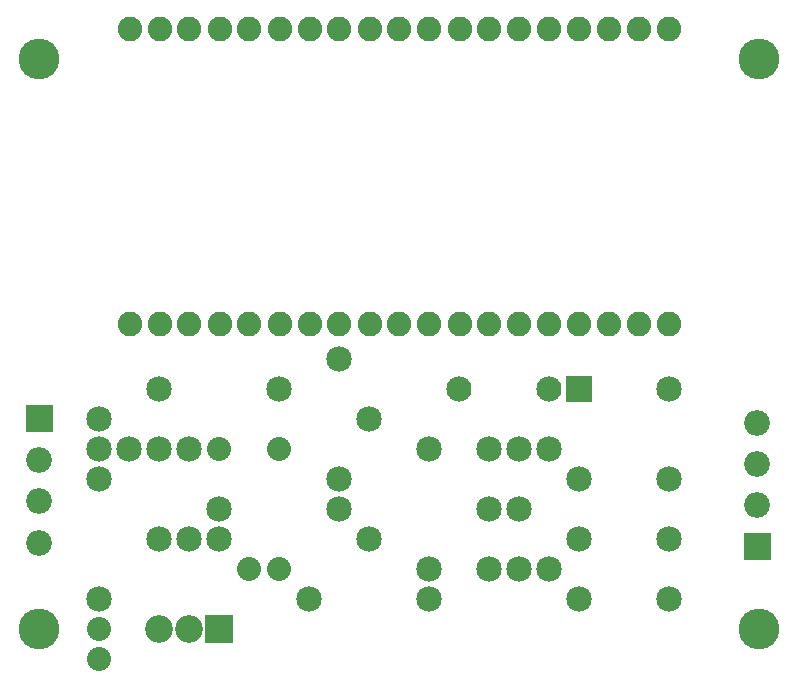
<source format=gbs>
G04 MADE WITH FRITZING*
G04 WWW.FRITZING.ORG*
G04 DOUBLE SIDED*
G04 HOLES PLATED*
G04 CONTOUR ON CENTER OF CONTOUR VECTOR*
%ASAXBY*%
%FSLAX23Y23*%
%MOIN*%
%OFA0B0*%
%SFA1.0B1.0*%
%ADD10C,0.084000*%
%ADD11C,0.085000*%
%ADD12C,0.081824*%
%ADD13C,0.080000*%
%ADD14C,0.092000*%
%ADD15C,0.086139*%
%ADD16C,0.135984*%
%ADD17R,0.085000X0.085000*%
%ADD18R,0.092000X0.092000*%
%ADD19R,0.001000X0.001000*%
%LNMASK0*%
G90*
G70*
G54D10*
X1878Y968D03*
X1578Y968D03*
G54D11*
X1978Y968D03*
X2278Y968D03*
X1978Y668D03*
X2278Y668D03*
X1978Y468D03*
X2278Y468D03*
X1978Y268D03*
X2278Y268D03*
G54D12*
X479Y1183D03*
X579Y1183D03*
X678Y1183D03*
X779Y1183D03*
X878Y1183D03*
X979Y1183D03*
X1079Y1183D03*
X1178Y1183D03*
X1279Y1183D03*
X1378Y1183D03*
X1478Y1183D03*
X1579Y1183D03*
X1678Y1183D03*
X1778Y1183D03*
X1878Y1183D03*
X1978Y1183D03*
X2077Y1183D03*
X2178Y1183D03*
X2278Y1183D03*
X2278Y2168D03*
X2178Y2168D03*
X2077Y2168D03*
X1978Y2168D03*
X1878Y2168D03*
X1778Y2168D03*
X1678Y2168D03*
X1579Y2168D03*
X1478Y2168D03*
X1378Y2168D03*
X1279Y2168D03*
X1178Y2168D03*
X1079Y2168D03*
X979Y2168D03*
X878Y2168D03*
X779Y2168D03*
X678Y2168D03*
X579Y2168D03*
X479Y2168D03*
G54D13*
X878Y368D03*
X978Y368D03*
X378Y168D03*
X378Y68D03*
G54D14*
X778Y168D03*
X678Y168D03*
X578Y168D03*
G54D11*
X1678Y368D03*
X1778Y368D03*
X1878Y368D03*
X1678Y768D03*
X1778Y768D03*
X1878Y768D03*
X578Y468D03*
X678Y468D03*
X778Y468D03*
X478Y768D03*
X578Y768D03*
X678Y768D03*
G54D13*
X778Y768D03*
X978Y768D03*
G54D15*
X178Y868D03*
X178Y731D03*
X178Y593D03*
X178Y455D03*
X2570Y441D03*
X2570Y579D03*
X2570Y717D03*
X2570Y854D03*
G54D16*
X2578Y2068D03*
X178Y2068D03*
X2578Y168D03*
X178Y168D03*
G54D11*
X778Y568D03*
X1178Y568D03*
X378Y268D03*
X378Y668D03*
X1478Y268D03*
X1078Y268D03*
X1478Y368D03*
X1478Y768D03*
X1678Y568D03*
X1778Y568D03*
X378Y768D03*
X378Y868D03*
X1178Y1068D03*
X1178Y668D03*
X578Y968D03*
X978Y968D03*
X1278Y868D03*
X1278Y468D03*
G54D17*
X1978Y968D03*
G54D18*
X778Y168D03*
G54D19*
X134Y913D02*
X223Y913D01*
X134Y912D02*
X223Y912D01*
X134Y911D02*
X223Y911D01*
X134Y910D02*
X223Y910D01*
X134Y909D02*
X223Y909D01*
X134Y908D02*
X223Y908D01*
X134Y907D02*
X223Y907D01*
X134Y906D02*
X223Y906D01*
X134Y905D02*
X223Y905D01*
X134Y904D02*
X223Y904D01*
X134Y903D02*
X223Y903D01*
X134Y902D02*
X223Y902D01*
X134Y901D02*
X223Y901D01*
X134Y900D02*
X223Y900D01*
X134Y899D02*
X223Y899D01*
X134Y898D02*
X223Y898D01*
X134Y897D02*
X223Y897D01*
X134Y896D02*
X223Y896D01*
X134Y895D02*
X223Y895D01*
X134Y894D02*
X223Y894D01*
X134Y893D02*
X223Y893D01*
X134Y892D02*
X223Y892D01*
X134Y891D02*
X223Y891D01*
X134Y890D02*
X223Y890D01*
X134Y889D02*
X223Y889D01*
X134Y888D02*
X223Y888D01*
X134Y887D02*
X174Y887D01*
X183Y887D02*
X223Y887D01*
X134Y886D02*
X171Y886D01*
X186Y886D02*
X223Y886D01*
X134Y885D02*
X169Y885D01*
X188Y885D02*
X223Y885D01*
X134Y884D02*
X167Y884D01*
X189Y884D02*
X223Y884D01*
X134Y883D02*
X166Y883D01*
X191Y883D02*
X223Y883D01*
X134Y882D02*
X165Y882D01*
X192Y882D02*
X223Y882D01*
X134Y881D02*
X164Y881D01*
X193Y881D02*
X223Y881D01*
X134Y880D02*
X163Y880D01*
X194Y880D02*
X223Y880D01*
X134Y879D02*
X162Y879D01*
X194Y879D02*
X223Y879D01*
X134Y878D02*
X162Y878D01*
X195Y878D02*
X223Y878D01*
X134Y877D02*
X161Y877D01*
X195Y877D02*
X223Y877D01*
X134Y876D02*
X161Y876D01*
X196Y876D02*
X223Y876D01*
X134Y875D02*
X160Y875D01*
X196Y875D02*
X223Y875D01*
X134Y874D02*
X160Y874D01*
X197Y874D02*
X223Y874D01*
X134Y873D02*
X160Y873D01*
X197Y873D02*
X223Y873D01*
X134Y872D02*
X159Y872D01*
X197Y872D02*
X223Y872D01*
X134Y871D02*
X159Y871D01*
X197Y871D02*
X223Y871D01*
X134Y870D02*
X159Y870D01*
X197Y870D02*
X223Y870D01*
X134Y869D02*
X159Y869D01*
X197Y869D02*
X223Y869D01*
X134Y868D02*
X159Y868D01*
X197Y868D02*
X223Y868D01*
X134Y867D02*
X159Y867D01*
X197Y867D02*
X223Y867D01*
X134Y866D02*
X159Y866D01*
X197Y866D02*
X223Y866D01*
X134Y865D02*
X160Y865D01*
X197Y865D02*
X223Y865D01*
X134Y864D02*
X160Y864D01*
X197Y864D02*
X223Y864D01*
X134Y863D02*
X160Y863D01*
X197Y863D02*
X223Y863D01*
X134Y862D02*
X160Y862D01*
X196Y862D02*
X223Y862D01*
X134Y861D02*
X161Y861D01*
X196Y861D02*
X223Y861D01*
X134Y860D02*
X161Y860D01*
X195Y860D02*
X223Y860D01*
X134Y859D02*
X162Y859D01*
X195Y859D02*
X223Y859D01*
X134Y858D02*
X163Y858D01*
X194Y858D02*
X223Y858D01*
X134Y857D02*
X163Y857D01*
X193Y857D02*
X223Y857D01*
X134Y856D02*
X164Y856D01*
X192Y856D02*
X223Y856D01*
X134Y855D02*
X165Y855D01*
X191Y855D02*
X223Y855D01*
X134Y854D02*
X167Y854D01*
X190Y854D02*
X223Y854D01*
X134Y853D02*
X168Y853D01*
X189Y853D02*
X223Y853D01*
X134Y852D02*
X170Y852D01*
X187Y852D02*
X223Y852D01*
X134Y851D02*
X172Y851D01*
X184Y851D02*
X223Y851D01*
X134Y850D02*
X223Y850D01*
X134Y849D02*
X223Y849D01*
X134Y848D02*
X223Y848D01*
X134Y847D02*
X223Y847D01*
X134Y846D02*
X223Y846D01*
X134Y845D02*
X223Y845D01*
X134Y844D02*
X223Y844D01*
X134Y843D02*
X223Y843D01*
X134Y842D02*
X223Y842D01*
X134Y841D02*
X223Y841D01*
X134Y840D02*
X223Y840D01*
X134Y839D02*
X223Y839D01*
X134Y838D02*
X223Y838D01*
X134Y837D02*
X223Y837D01*
X134Y836D02*
X223Y836D01*
X134Y835D02*
X223Y835D01*
X134Y834D02*
X223Y834D01*
X134Y833D02*
X223Y833D01*
X134Y832D02*
X223Y832D01*
X134Y831D02*
X223Y831D01*
X134Y830D02*
X223Y830D01*
X134Y829D02*
X223Y829D01*
X134Y828D02*
X223Y828D01*
X134Y827D02*
X223Y827D01*
X134Y826D02*
X223Y826D01*
X134Y825D02*
X223Y825D01*
X134Y824D02*
X223Y824D01*
X2526Y486D02*
X2615Y486D01*
X2526Y485D02*
X2615Y485D01*
X2526Y484D02*
X2615Y484D01*
X2526Y483D02*
X2615Y483D01*
X2526Y482D02*
X2615Y482D01*
X2526Y481D02*
X2615Y481D01*
X2526Y480D02*
X2615Y480D01*
X2526Y479D02*
X2615Y479D01*
X2526Y478D02*
X2615Y478D01*
X2526Y477D02*
X2615Y477D01*
X2526Y476D02*
X2615Y476D01*
X2526Y475D02*
X2615Y475D01*
X2526Y474D02*
X2615Y474D01*
X2526Y473D02*
X2615Y473D01*
X2526Y472D02*
X2615Y472D01*
X2526Y471D02*
X2615Y471D01*
X2526Y470D02*
X2615Y470D01*
X2526Y469D02*
X2615Y469D01*
X2526Y468D02*
X2615Y468D01*
X2526Y467D02*
X2615Y467D01*
X2526Y466D02*
X2615Y466D01*
X2526Y465D02*
X2615Y465D01*
X2526Y464D02*
X2615Y464D01*
X2526Y463D02*
X2615Y463D01*
X2526Y462D02*
X2615Y462D01*
X2526Y461D02*
X2615Y461D01*
X2526Y460D02*
X2569Y460D01*
X2571Y460D02*
X2615Y460D01*
X2526Y459D02*
X2564Y459D01*
X2577Y459D02*
X2615Y459D01*
X2526Y458D02*
X2561Y458D01*
X2579Y458D02*
X2615Y458D01*
X2526Y457D02*
X2560Y457D01*
X2581Y457D02*
X2615Y457D01*
X2526Y456D02*
X2558Y456D01*
X2582Y456D02*
X2615Y456D01*
X2526Y455D02*
X2557Y455D01*
X2583Y455D02*
X2615Y455D01*
X2526Y454D02*
X2556Y454D01*
X2584Y454D02*
X2615Y454D01*
X2526Y453D02*
X2555Y453D01*
X2585Y453D02*
X2615Y453D01*
X2526Y452D02*
X2554Y452D01*
X2586Y452D02*
X2615Y452D01*
X2526Y451D02*
X2554Y451D01*
X2587Y451D02*
X2615Y451D01*
X2526Y450D02*
X2553Y450D01*
X2587Y450D02*
X2615Y450D01*
X2526Y449D02*
X2553Y449D01*
X2588Y449D02*
X2615Y449D01*
X2526Y448D02*
X2552Y448D01*
X2588Y448D02*
X2615Y448D01*
X2526Y447D02*
X2552Y447D01*
X2589Y447D02*
X2615Y447D01*
X2526Y446D02*
X2552Y446D01*
X2589Y446D02*
X2615Y446D01*
X2526Y445D02*
X2551Y445D01*
X2589Y445D02*
X2615Y445D01*
X2526Y444D02*
X2551Y444D01*
X2589Y444D02*
X2615Y444D01*
X2526Y443D02*
X2551Y443D01*
X2589Y443D02*
X2615Y443D01*
X2526Y442D02*
X2551Y442D01*
X2589Y442D02*
X2615Y442D01*
X2526Y441D02*
X2551Y441D01*
X2589Y441D02*
X2615Y441D01*
X2526Y440D02*
X2551Y440D01*
X2589Y440D02*
X2615Y440D01*
X2526Y439D02*
X2551Y439D01*
X2589Y439D02*
X2615Y439D01*
X2526Y438D02*
X2551Y438D01*
X2589Y438D02*
X2615Y438D01*
X2526Y437D02*
X2552Y437D01*
X2589Y437D02*
X2615Y437D01*
X2526Y436D02*
X2552Y436D01*
X2589Y436D02*
X2615Y436D01*
X2526Y435D02*
X2552Y435D01*
X2588Y435D02*
X2615Y435D01*
X2526Y434D02*
X2553Y434D01*
X2588Y434D02*
X2615Y434D01*
X2526Y433D02*
X2553Y433D01*
X2587Y433D02*
X2615Y433D01*
X2526Y432D02*
X2554Y432D01*
X2587Y432D02*
X2615Y432D01*
X2526Y431D02*
X2554Y431D01*
X2586Y431D02*
X2615Y431D01*
X2526Y430D02*
X2555Y430D01*
X2585Y430D02*
X2615Y430D01*
X2526Y429D02*
X2556Y429D01*
X2585Y429D02*
X2615Y429D01*
X2526Y428D02*
X2557Y428D01*
X2584Y428D02*
X2615Y428D01*
X2526Y427D02*
X2558Y427D01*
X2582Y427D02*
X2615Y427D01*
X2526Y426D02*
X2559Y426D01*
X2581Y426D02*
X2615Y426D01*
X2526Y425D02*
X2561Y425D01*
X2579Y425D02*
X2615Y425D01*
X2526Y424D02*
X2563Y424D01*
X2577Y424D02*
X2615Y424D01*
X2526Y423D02*
X2568Y423D01*
X2573Y423D02*
X2615Y423D01*
X2526Y422D02*
X2615Y422D01*
X2526Y421D02*
X2615Y421D01*
X2526Y420D02*
X2615Y420D01*
X2526Y419D02*
X2615Y419D01*
X2526Y418D02*
X2615Y418D01*
X2526Y417D02*
X2615Y417D01*
X2526Y416D02*
X2615Y416D01*
X2526Y415D02*
X2615Y415D01*
X2526Y414D02*
X2615Y414D01*
X2526Y413D02*
X2615Y413D01*
X2526Y412D02*
X2615Y412D01*
X2526Y411D02*
X2615Y411D01*
X2526Y410D02*
X2615Y410D01*
X2526Y409D02*
X2615Y409D01*
X2526Y408D02*
X2615Y408D01*
X2526Y407D02*
X2615Y407D01*
X2526Y406D02*
X2615Y406D01*
X2526Y405D02*
X2615Y405D01*
X2526Y404D02*
X2615Y404D01*
X2526Y403D02*
X2615Y403D01*
X2526Y402D02*
X2615Y402D01*
X2526Y401D02*
X2615Y401D01*
X2526Y400D02*
X2615Y400D01*
X2526Y399D02*
X2615Y399D01*
X2526Y398D02*
X2615Y398D01*
X2526Y397D02*
X2615Y397D01*
D02*
G04 End of Mask0*
M02*
</source>
